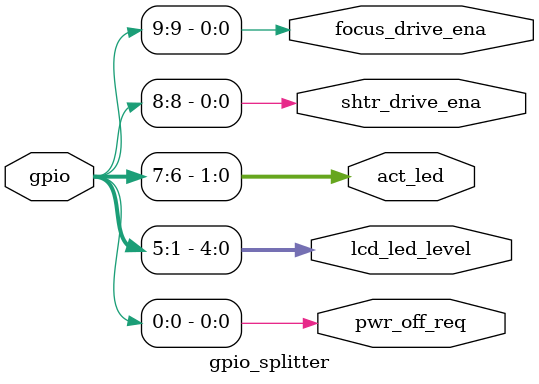
<source format=v>
module gpio_splitter(	// file.cleaned.mlir:2:3
  input  [9:0] gpio,	// file.cleaned.mlir:2:31
  output       pwr_off_req,	// file.cleaned.mlir:2:48
  output [4:0] lcd_led_level,	// file.cleaned.mlir:2:70
  output [1:0] act_led,	// file.cleaned.mlir:2:94
  output       shtr_drive_ena,	// file.cleaned.mlir:2:112
               focus_drive_ena	// file.cleaned.mlir:2:137
);

  assign pwr_off_req = gpio[0];	// file.cleaned.mlir:3:10, :8:5
  assign lcd_led_level = gpio[5:1];	// file.cleaned.mlir:4:10, :8:5
  assign act_led = gpio[7:6];	// file.cleaned.mlir:5:10, :8:5
  assign shtr_drive_ena = gpio[8];	// file.cleaned.mlir:6:10, :8:5
  assign focus_drive_ena = gpio[9];	// file.cleaned.mlir:7:10, :8:5
endmodule


</source>
